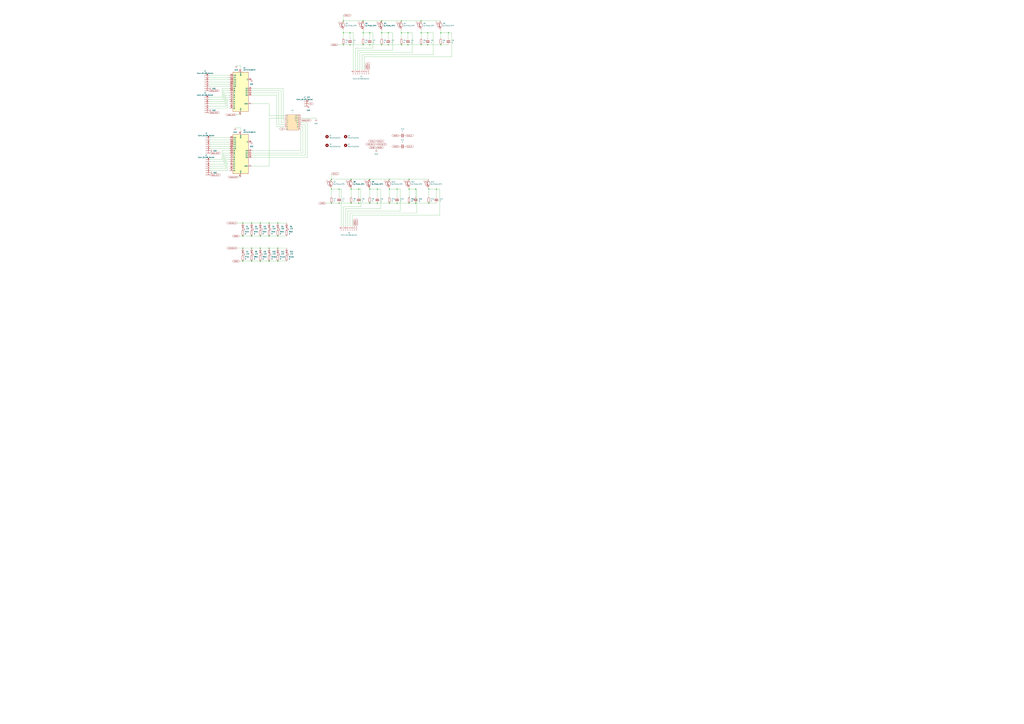
<source format=kicad_sch>
(kicad_sch (version 20250114) (generator "eeschema") (generator_version "9.0")
  (paper "A0")
  (lib_symbols
    (symbol "74xx:CD74HC4067M"
      (property "Reference" "U" (at -8.89 22.86 0))
      (property "Value" "CD74HC4067M" (at 1.27 22.86 0))
      (symbol "CD74HC4067M_1_1"
        (pin passive line (at -12.7 12.7 0) (length 3.81) (name "COM") (number "1"))
        (pin input line (at -12.7 2.54 0) (length 3.81) (name "S0") (number "10"))
        (pin input line (at -12.7 0 0) (length 3.81) (name "S1") (number "11"))
        (pin input line (at -12.7 -2.54 0) (length 3.81) (name "S2") (number "14"))
        (pin input line (at -12.7 -5.08 0) (length 3.81) (name "S3") (number "13"))
        (pin input line (at -12.7 -15.24 0) (length 3.81) (name "~{E}") (number "15"))
        (pin power_in line (at 0 25.4 270) (length 3.81) (name "VCC") (number "24"))
        (pin power_in line (at 0 -27.94 90) (length 3.81) (name "GND") (number "12"))
        (pin passive line (at 12.7 17.78 180) (length 3.81) (name "I0") (number "9"))
        (pin passive line (at 12.7 15.24 180) (length 3.81) (name "I1") (number "8"))
        (pin passive line (at 12.7 12.7 180) (length 3.81) (name "I2") (number "7"))
        (pin passive line (at 12.7 10.16 180) (length 3.81) (name "I3") (number "6"))
        (pin passive line (at 12.7 7.62 180) (length 3.81) (name "I4") (number "5"))
        (pin passive line (at 12.7 5.08 180) (length 3.81) (name "I5") (number "4"))
        (pin passive line (at 12.7 2.54 180) (length 3.81) (name "I6") (number "3"))
        (pin passive line (at 12.7 0 180) (length 3.81) (name "I7") (number "2"))
        (pin passive line (at 12.7 -2.54 180) (length 3.81) (name "I8") (number "23"))
        (pin passive line (at 12.7 -5.08 180) (length 3.81) (name "I9") (number "22"))
        (pin passive line (at 12.7 -7.62 180) (length 3.81) (name "I10") (number "21"))
        (pin passive line (at 12.7 -10.16 180) (length 3.81) (name "I11") (number "20"))
        (pin passive line (at 12.7 -12.7 180) (length 3.81) (name "I12") (number "19"))
        (pin passive line (at 12.7 -15.24 180) (length 3.81) (name "I13") (number "18"))
        (pin passive line (at 12.7 -17.78 180) (length 3.81) (name "I14") (number "17"))
        (pin passive line (at 12.7 -20.32 180) (length 3.81) (name "I15") (number "16"))
      )
    )
    (symbol "Connector:Conn_01x03_Socket" (pin_names (offset 1.016) (hide yes))
      (property "Reference" "J" (at 0 5.08 0))
      (property "Value" "Conn_01x03_Socket" (at 0 -5.08 0))
      (symbol "Conn_01x03_Socket_1_1"
        (pin passive line (at -5.08 2.54 0) (length 3.81) (name "Pin_1") (number "1"))
        (pin passive line (at -5.08 0 0) (length 3.81) (name "Pin_2") (number "2"))
        (pin passive line (at -5.08 -2.54 0) (length 3.81) (name "Pin_3") (number "3"))
      )
    )
    (symbol "Connector:Conn_01x08_Socket" (pin_names (offset 1.016) (hide yes))
      (property "Reference" "J" (at 0 10.16 0))
      (property "Value" "Conn_01x08_Socket" (at 0 -12.7 0))
      (symbol "Conn_01x08_Socket_1_1"
        (pin passive line (at -5.08 7.62 0) (length 3.81) (name "Pin_1") (number "1"))
        (pin passive line (at -5.08 5.08 0) (length 3.81) (name "Pin_2") (number "2"))
        (pin passive line (at -5.08 2.54 0) (length 3.81) (name "Pin_3") (number "3"))
        (pin passive line (at -5.08 0 0) (length 3.81) (name "Pin_4") (number "4"))
        (pin passive line (at -5.08 -2.54 0) (length 3.81) (name "Pin_5") (number "5"))
        (pin passive line (at -5.08 -5.08 0) (length 3.81) (name "Pin_6") (number "6"))
        (pin passive line (at -5.08 -7.62 0) (length 3.81) (name "Pin_7") (number "7"))
        (pin passive line (at -5.08 -10.16 0) (length 3.81) (name "Pin_8") (number "8"))
      )
    )
    (symbol "Device:C" (pin_numbers (hide yes)) (pin_names (offset 0.254))
      (property "Reference" "C" (at 0.635 2.54 0))
      (property "Value" "C" (at 0.635 -2.54 0))
      (symbol "C_1_1"
        (pin passive line (at 0 3.81 270) (length 2.794) (name "~") (number "1"))
        (pin passive line (at 0 -3.81 90) (length 2.794) (name "~") (number "2"))
      )
    )
    (symbol "Device:LED" (pin_numbers (hide yes)) (pin_names (offset 1.016) (hide yes))
      (property "Reference" "D" (at 0 2.54 0))
      (property "Value" "LED" (at 0 -2.54 0))
      (symbol "LED_1_1"
        (pin passive line (at -3.81 0 0) (length 2.54) (name "K") (number "1"))
        (pin passive line (at 3.81 0 180) (length 2.54) (name "A") (number "2"))
      )
    )
    (symbol "Device:Q_Photo_NPN" (pin_names (offset 0) (hide yes))
      (property "Reference" "Q" (at 5.08 1.27 0))
      (property "Value" "Q_Photo_NPN" (at 5.08 -1.27 0))
      (symbol "Q_Photo_NPN_1_1"
        (pin passive line (at 2.54 5.08 270) (length 2.54) (name "C") (number "1"))
        (pin passive line (at 2.54 -5.08 90) (length 2.54) (name "E") (number "2"))
      )
    )
    (symbol "Device:R" (pin_numbers (hide yes)) (pin_names (offset 0))
      (property "Reference" "R" (at 2.032 0 90))
      (property "Value" "R" (at 0 0 90))
      (symbol "R_1_1"
        (pin passive line (at 0 3.81 270) (length 1.27) (name "~") (number "1"))
        (pin passive line (at 0 -3.81 90) (length 1.27) (name "~") (number "2"))
      )
    )
    (symbol "Mechanical:MountingHole" (pin_names (offset 1.016)) (in_bom no)
      (property "Reference" "H" (at 0 5.08 0))
      (property "Value" "MountingHole" (at 0 3.175 0))
    )
    (symbol "power:GND" (power) (pin_numbers (hide yes)) (pin_names (offset 0) (hide yes))
      (property "Value" "GND" (at 0 -3.81 0))
      (symbol "GND_1_1"
        (pin power_in line (at 0 0 270) (length 0) (name "~") (number "1"))
      )
    )
    (symbol "power:VCC" (power) (pin_numbers (hide yes)) (pin_names (offset 0) (hide yes))
      (property "Value" "VCC" (at 0 3.556 0))
      (symbol "VCC_1_1"
        (pin power_in line (at 0 0 90) (length 0) (name "~") (number "1"))
      )
    )
    (symbol "seeduino:seeduino_xiao"
      (property "Reference" "U" (at 0 8.382 0))
      (symbol "seeduino_xiao_1_1"
        (pin bidirectional line (at -8.89 5.08 0) (length 2.54) (name "0") (number "1"))
        (pin bidirectional line (at -8.89 2.54 0) (length 2.54) (name "1") (number "2"))
        (pin bidirectional line (at -8.89 0 0) (length 2.54) (name "2") (number "3"))
        (pin bidirectional line (at -8.89 -2.54 0) (length 2.54) (name "3") (number "4"))
        (pin bidirectional line (at -8.89 -5.08 0) (length 2.54) (name "4") (number "5"))
        (pin bidirectional line (at -8.89 -7.62 0) (length 2.54) (name "5") (number "6"))
        (pin bidirectional line (at -8.89 -10.16 0) (length 2.54) (name "6") (number "7"))
        (pin input line (at 10.16 5.08 180) (length 2.54) (name "VCC") (number "14"))
        (pin input line (at 10.16 2.54 180) (length 2.54) (name "GND") (number "13"))
        (pin input line (at 10.16 0 180) (length 2.54) (name "3v3") (number "12"))
        (pin bidirectional line (at 10.16 -2.54 180) (length 2.54) (name "10") (number "11"))
        (pin bidirectional line (at 10.16 -5.08 180) (length 2.54) (name "9") (number "10"))
        (pin bidirectional line (at 10.16 -7.62 180) (length 2.54) (name "8") (number "9"))
        (pin bidirectional line (at 10.16 -10.16 180) (length 2.54) (name "7") (number "8"))
      )
    )
  )
  (junction (at 393.7 236.22))
  (junction (at 421.64 38.1))
  (junction (at 322.58 274.32))
  (junction (at 406.4 38.1))
  (junction (at 443.23 24.13))
  (junction (at 482.6 219.71))
  (junction (at 384.81 219.71))
  (junction (at 506.73 219.71))
  (junction (at 496.57 38.1))
  (junction (at 429.26 38.1))
  (junction (at 407.67 208.28))
  (junction (at 398.78 24.13))
  (junction (at 398.78 38.1))
  (junction (at 511.81 38.1))
  (junction (at 466.09 24.13))
  (junction (at 421.64 52.07))
  (junction (at 384.81 236.22))
  (junction (at 466.09 52.07))
  (junction (at 421.64 24.13))
  (junction (at 520.7 38.1))
  (junction (at 438.15 236.22))
  (junction (at 450.85 52.07))
  (junction (at 302.26 303.53))
  (junction (at 322.58 259.08))
  (junction (at 461.01 236.22))
  (junction (at 292.1 288.29))
  (junction (at 429.26 236.22))
  (junction (at 406.4 52.07))
  (junction (at 429.26 208.28))
  (junction (at 292.1 259.08))
  (junction (at 438.15 219.71))
  (junction (at 281.94 274.32))
  (junction (at 322.58 288.29))
  (junction (at 302.26 274.32))
  (junction (at 450.85 38.1))
  (junction (at 452.12 208.28))
  (junction (at 384.81 208.28))
  (junction (at 312.42 288.29))
  (junction (at 488.95 52.07))
  (junction (at 281.94 288.29))
  (junction (at 312.42 303.53))
  (junction (at 393.7 219.71))
  (junction (at 466.09 38.1))
  (junction (at 407.67 236.22))
  (junction (at 461.01 219.71))
  (junction (at 292.1 274.32))
  (junction (at 474.98 219.71))
  (junction (at 443.23 52.07))
  (junction (at 302.26 288.29))
  (junction (at 292.1 303.53))
  (junction (at 452.12 219.71))
  (junction (at 488.95 38.1))
  (junction (at 429.26 219.71))
  (junction (at 429.26 52.07))
  (junction (at 281.94 303.53))
  (junction (at 482.6 236.22))
  (junction (at 473.71 38.1))
  (junction (at 416.56 236.22))
  (junction (at 511.81 52.07))
  (junction (at 497.84 219.71))
  (junction (at 407.67 219.71))
  (junction (at 281.94 259.08))
  (junction (at 398.78 52.07))
  (junction (at 452.12 236.22))
  (junction (at 496.57 52.07))
  (junction (at 474.98 208.28))
  (junction (at 443.23 38.1))
  (junction (at 416.56 219.71))
  (junction (at 302.26 259.08))
  (junction (at 312.42 259.08))
  (junction (at 322.58 303.53))
  (junction (at 474.98 236.22))
  (junction (at 488.95 24.13))
  (junction (at 312.42 274.32))
  (junction (at 497.84 236.22))
  (junction (at 473.71 52.07))
  (wire (pts (xy 242.57 100.33) (xy 266.7 100.33)))
  (wire (pts (xy 266.7 105.41) (xy 259.08 105.41)))
  (wire (pts (xy 242.57 113.03) (xy 257.81 113.03)))
  (wire (pts (xy 354.33 144.78) (xy 354.33 180.34)))
  (wire (pts (xy 261.62 193.04) (xy 261.62 182.88)))
  (wire (pts (xy 260.35 107.95) (xy 260.35 118.11)))
  (wire (pts (xy 278.13 303.53) (xy 281.94 303.53)))
  (wire (pts (xy 474.98 236.22) (xy 482.6 236.22)))
  (wire (pts (xy 292.1 303.53) (xy 302.26 303.53)))
  (wire (pts (xy 429.26 219.71) (xy 429.26 228.6)))
  (wire (pts (xy 461.01 219.71) (xy 461.01 228.6)))
  (wire (pts (xy 452.12 219.71) (xy 461.01 219.71)))
  (wire (pts (xy 281.94 288.29) (xy 292.1 288.29)))
  (wire (pts (xy 259.08 105.41) (xy 259.08 115.57)))
  (wire (pts (xy 266.7 110.49) (xy 261.62 110.49)))
  (wire (pts (xy 266.7 107.95) (xy 260.35 107.95)))
  (wire (pts (xy 384.81 236.22) (xy 393.7 236.22)))
  (wire (pts (xy 243.84 170.18) (xy 266.7 170.18)))
  (wire (pts (xy 473.71 52.07) (xy 488.95 52.07)))
  (wire (pts (xy 438.15 219.71) (xy 441.96 219.71)))
  (wire (pts (xy 262.89 185.42) (xy 262.89 195.58)))
  (wire (pts (xy 452.12 208.28) (xy 474.98 208.28)))
  (wire (pts (xy 262.89 195.58) (xy 243.84 195.58)))
  (wire (pts (xy 292.1 120.65) (xy 312.42 120.65)))
  (wire (pts (xy 243.84 185.42) (xy 257.81 185.42)))
  (wire (pts (xy 349.25 149.86) (xy 349.25 175.26)))
  (wire (pts (xy 321.31 147.32) (xy 330.2 147.32)))
  (wire (pts (xy 259.08 177.8) (xy 266.7 177.8)))
  (wire (pts (xy 450.85 38.1) (xy 450.85 44.45)))
  (wire (pts (xy 274.32 133.35) (xy 279.4 133.35)))
  (wire (pts (xy 406.4 38.1) (xy 398.78 38.1)))
  (wire (pts (xy 275.59 288.29) (xy 281.94 288.29)))
  (wire (pts (xy 429.26 208.28) (xy 452.12 208.28)))
  (wire (pts (xy 407.67 219.71) (xy 416.56 219.71)))
  (wire (pts (xy 260.35 190.5) (xy 243.84 190.5)))
  (wire (pts (xy 482.6 236.22) (xy 497.84 236.22)))
  (wire (pts (xy 441.96 242.57) (xy 441.96 219.71)))
  (wire (pts (xy 396.24 219.71) (xy 393.7 219.71)))
  (wire (pts (xy 292.1 177.8) (xy 351.79 177.8)))
  (wire (pts (xy 464.82 219.71) (xy 464.82 245.11)))
  (wire (pts (xy 292.1 288.29) (xy 302.26 288.29)))
  (wire (pts (xy 497.84 219.71) (xy 497.84 228.6)))
  (wire (pts (xy 264.16 187.96) (xy 266.7 187.96)))
  (wire (pts (xy 328.93 139.7) (xy 328.93 102.87)))
  (wire (pts (xy 349.25 175.26) (xy 292.1 175.26)))
  (wire (pts (xy 466.09 24.13) (xy 488.95 24.13)))
  (wire (pts (xy 273.05 148.59) (xy 279.4 148.59)))
  (wire (pts (xy 292.1 105.41) (xy 326.39 105.41)))
  (wire (pts (xy 312.42 193.04) (xy 312.42 137.16)))
  (wire (pts (xy 242.57 92.71) (xy 266.7 92.71)))
  (wire (pts (xy 436.88 171.45) (xy 436.88 173.99)))
  (wire (pts (xy 398.78 52.07) (xy 406.4 52.07)))
  (wire (pts (xy 461.01 236.22) (xy 474.98 236.22)))
  (wire (pts (xy 356.87 142.24) (xy 349.25 142.24)))
  (wire (pts (xy 417.83 60.96) (xy 417.83 81.28)))
  (wire (pts (xy 257.81 113.03) (xy 257.81 102.87)))
  (wire (pts (xy 257.81 102.87) (xy 266.7 102.87)))
  (wire (pts (xy 292.1 274.32) (xy 302.26 274.32)))
  (wire (pts (xy 398.78 240.03) (xy 398.78 262.89)))
  (wire (pts (xy 351.79 147.32) (xy 349.25 147.32)))
  (wire (pts (xy 242.57 90.17) (xy 266.7 90.17)))
  (wire (pts (xy 242.57 123.19) (xy 262.89 123.19)))
  (wire (pts (xy 452.12 228.6) (xy 452.12 219.71)))
  (wire (pts (xy 455.93 38.1) (xy 455.93 58.42)))
  (wire (pts (xy 506.73 219.71) (xy 510.54 219.71)))
  (wire (pts (xy 349.25 144.78) (xy 354.33 144.78)))
  (wire (pts (xy 266.7 180.34) (xy 260.35 180.34)))
  (wire (pts (xy 242.57 87.63) (xy 266.7 87.63)))
  (wire (pts (xy 312.42 137.16) (xy 330.2 137.16)))
  (wire (pts (xy 312.42 288.29) (xy 322.58 288.29)))
  (wire (pts (xy 281.94 259.08) (xy 292.1 259.08)))
  (wire (pts (xy 264.16 115.57) (xy 264.16 125.73)))
  (wire (pts (xy 450.85 38.1) (xy 443.23 38.1)))
  (wire (pts (xy 410.21 38.1) (xy 410.21 81.28)))
  (wire (pts (xy 392.43 52.07) (xy 398.78 52.07)))
  (wire (pts (xy 488.95 52.07) (xy 496.57 52.07)))
  (wire (pts (xy 443.23 24.13) (xy 466.09 24.13)))
  (wire (pts (xy 419.1 240.03) (xy 398.78 240.03)))
  (wire (pts (xy 276.86 205.74) (xy 279.4 205.74)))
  (wire (pts (xy 242.57 97.79) (xy 266.7 97.79)))
  (wire (pts (xy 302.26 303.53) (xy 312.42 303.53)))
  (wire (pts (xy 419.1 219.71) (xy 419.1 240.03)))
  (wire (pts (xy 354.33 180.34) (xy 292.1 180.34)))
  (wire (pts (xy 488.95 38.1) (xy 496.57 38.1)))
  (wire (pts (xy 406.4 38.1) (xy 406.4 44.45)))
  (wire (pts (xy 396.24 219.71) (xy 396.24 262.89)))
  (wire (pts (xy 407.67 219.71) (xy 407.67 228.6)))
  (wire (pts (xy 407.67 219.71) (xy 407.67 218.44)))
  (wire (pts (xy 433.07 38.1) (xy 429.26 38.1)))
  (wire (pts (xy 443.23 52.07) (xy 450.85 52.07)))
  (wire (pts (xy 438.15 236.22) (xy 452.12 236.22)))
  (wire (pts (xy 281.94 303.53) (xy 292.1 303.53)))
  (wire (pts (xy 443.23 34.29) (xy 443.23 38.1)))
  (wire (pts (xy 478.79 38.1) (xy 473.71 38.1)))
  (wire (pts (xy 497.84 219.71) (xy 497.84 218.44)))
  (wire (pts (xy 274.32 76.2) (xy 279.4 76.2)))
  (wire (pts (xy 384.81 219.71) (xy 384.81 228.6)))
  (wire (pts (xy 455.93 58.42) (xy 415.29 58.42)))
  (wire (pts (xy 398.78 17.78) (xy 398.78 24.13)))
  (wire (pts (xy 497.84 236.22) (xy 506.73 236.22)))
  (wire (pts (xy 415.29 58.42) (xy 415.29 81.28)))
  (wire (pts (xy 330.2 144.78) (xy 323.85 144.78)))
  (wire (pts (xy 322.58 288.29) (xy 332.74 288.29)))
  (wire (pts (xy 488.95 24.13) (xy 511.81 24.13)))
  (wire (pts (xy 312.42 274.32) (xy 322.58 274.32)))
  (wire (pts (xy 502.92 38.1) (xy 502.92 63.5)))
  (wire (pts (xy 510.54 219.71) (xy 510.54 250.19)))
  (wire (pts (xy 243.84 198.12) (xy 264.16 198.12)))
  (wire (pts (xy 279.4 76.2) (xy 279.4 80.01)))
  (wire (pts (xy 384.81 201.93) (xy 384.81 208.28)))
  (wire (pts (xy 483.87 219.71) (xy 483.87 247.65)))
  (wire (pts (xy 433.07 38.1) (xy 433.07 55.88)))
  (wire (pts (xy 497.84 219.71) (xy 506.73 219.71)))
  (wire (pts (xy 243.84 165.1) (xy 266.7 165.1)))
  (wire (pts (xy 496.57 38.1) (xy 496.57 44.45)))
  (wire (pts (xy 312.42 303.53) (xy 322.58 303.53)))
  (wire (pts (xy 407.67 208.28) (xy 429.26 208.28)))
  (wire (pts (xy 243.84 162.56) (xy 266.7 162.56)))
  (wire (pts (xy 243.84 160.02) (xy 266.7 160.02)))
  (wire (pts (xy 421.64 52.07) (xy 429.26 52.07)))
  (wire (pts (xy 322.58 259.08) (xy 332.74 259.08)))
  (wire (pts (xy 429.26 52.07) (xy 443.23 52.07)))
  (wire (pts (xy 326.39 142.24) (xy 330.2 142.24)))
  (wire (pts (xy 243.84 167.64) (xy 266.7 167.64)))
  (wire (pts (xy 330.2 139.7) (xy 328.93 139.7)))
  (wire (pts (xy 398.78 38.1) (xy 398.78 44.45)))
  (wire (pts (xy 496.57 52.07) (xy 511.81 52.07)))
  (wire (pts (xy 466.09 38.1) (xy 466.09 44.45)))
  (wire (pts (xy 398.78 34.29) (xy 398.78 38.1)))
  (wire (pts (xy 406.4 247.65) (xy 406.4 262.89)))
  (wire (pts (xy 393.7 219.71) (xy 384.81 219.71)))
  (wire (pts (xy 323.85 144.78) (xy 323.85 107.95)))
  (wire (pts (xy 292.1 110.49) (xy 321.31 110.49)))
  (wire (pts (xy 292.1 182.88) (xy 356.87 182.88)))
  (wire (pts (xy 264.16 125.73) (xy 242.57 125.73)))
  (wire (pts (xy 482.6 219.71) (xy 483.87 219.71)))
  (wire (pts (xy 259.08 187.96) (xy 259.08 177.8)))
  (wire (pts (xy 278.13 274.32) (xy 281.94 274.32)))
  (wire (pts (xy 260.35 180.34) (xy 260.35 190.5)))
  (wire (pts (xy 266.7 115.57) (xy 264.16 115.57)))
  (wire (pts (xy 421.64 38.1) (xy 421.64 44.45)))
  (wire (pts (xy 261.62 182.88) (xy 266.7 182.88)))
  (wire (pts (xy 473.71 38.1) (xy 466.09 38.1)))
  (wire (pts (xy 243.84 193.04) (xy 261.62 193.04)))
  (wire (pts (xy 511.81 44.45) (xy 511.81 38.1)))
  (wire (pts (xy 502.92 63.5) (xy 420.37 63.5)))
  (wire (pts (xy 259.08 115.57) (xy 242.57 115.57)))
  (wire (pts (xy 367.03 137.16) (xy 367.03 138.43)))
  (wire (pts (xy 262.89 123.19) (xy 262.89 113.03)))
  (wire (pts (xy 393.7 236.22) (xy 407.67 236.22)))
  (wire (pts (xy 321.31 110.49) (xy 321.31 147.32)))
  (wire (pts (xy 378.46 236.22) (xy 384.81 236.22)))
  (wire (pts (xy 349.25 137.16) (xy 367.03 137.16)))
  (wire (pts (xy 393.7 219.71) (xy 393.7 228.6)))
  (wire (pts (xy 410.21 38.1) (xy 406.4 38.1)))
  (wire (pts (xy 312.42 120.65) (xy 312.42 134.62)))
  (wire (pts (xy 328.93 102.87) (xy 292.1 102.87)))
  (wire (pts (xy 322.58 303.53) (xy 332.74 303.53)))
  (wire (pts (xy 506.73 228.6) (xy 506.73 219.71)))
  (wire (pts (xy 302.26 259.08) (xy 312.42 259.08)))
  (wire (pts (xy 429.26 38.1) (xy 421.64 38.1)))
  (wire (pts (xy 356.87 182.88) (xy 356.87 142.24)))
  (wire (pts (xy 429.26 38.1) (xy 429.26 44.45)))
  (wire (pts (xy 416.56 236.22) (xy 429.26 236.22)))
  (wire (pts (xy 403.86 245.11) (xy 403.86 262.89)))
  (wire (pts (xy 473.71 38.1) (xy 473.71 44.45)))
  (wire (pts (xy 483.87 247.65) (xy 406.4 247.65)))
  (wire (pts (xy 262.89 113.03) (xy 266.7 113.03)))
  (wire (pts (xy 511.81 52.07) (xy 520.7 52.07)))
  (wire (pts (xy 524.51 38.1) (xy 524.51 66.04)))
  (wire (pts (xy 422.91 66.04) (xy 422.91 81.28)))
  (wire (pts (xy 257.81 185.42) (xy 257.81 175.26)))
  (wire (pts (xy 261.62 110.49) (xy 261.62 120.65)))
  (wire (pts (xy 461.01 219.71) (xy 464.82 219.71)))
  (wire (pts (xy 416.56 219.71) (xy 416.56 228.6)))
  (wire (pts (xy 421.64 34.29) (xy 421.64 38.1)))
  (wire (pts (xy 466.09 52.07) (xy 473.71 52.07)))
  (wire (pts (xy 260.35 118.11) (xy 242.57 118.11)))
  (wire (pts (xy 257.81 175.26) (xy 266.7 175.26)))
  (wire (pts (xy 279.4 148.59) (xy 279.4 152.4)))
  (wire (pts (xy 322.58 274.32) (xy 332.74 274.32)))
  (wire (pts (xy 351.79 177.8) (xy 351.79 147.32)))
  (wire (pts (xy 412.75 55.88) (xy 412.75 81.28)))
  (wire (pts (xy 407.67 236.22) (xy 416.56 236.22)))
  (wire (pts (xy 266.7 185.42) (xy 262.89 185.42)))
  (wire (pts (xy 429.26 218.44) (xy 429.26 219.71)))
  (wire (pts (xy 443.23 44.45) (xy 443.23 38.1)))
  (wire (pts (xy 401.32 242.57) (xy 441.96 242.57)))
  (wire (pts (xy 488.95 34.29) (xy 488.95 38.1)))
  (wire (pts (xy 401.32 262.89) (xy 401.32 242.57)))
  (wire (pts (xy 384.81 208.28) (xy 407.67 208.28)))
  (wire (pts (xy 511.81 38.1) (xy 520.7 38.1)))
  (wire (pts (xy 433.07 55.88) (xy 412.75 55.88)))
  (wire (pts (xy 478.79 60.96) (xy 417.83 60.96)))
  (wire (pts (xy 384.81 218.44) (xy 384.81 219.71)))
  (wire (pts (xy 452.12 236.22) (xy 461.01 236.22)))
  (wire (pts (xy 406.4 52.07) (xy 421.64 52.07)))
  (wire (pts (xy 420.37 63.5) (xy 420.37 81.28)))
  (wire (pts (xy 302.26 274.32) (xy 312.42 274.32)))
  (wire (pts (xy 474.98 219.71) (xy 482.6 219.71)))
  (wire (pts (xy 464.82 245.11) (xy 403.86 245.11)))
  (wire (pts (xy 488.95 38.1) (xy 488.95 44.45)))
  (wire (pts (xy 421.64 24.13) (xy 443.23 24.13)))
  (wire (pts (xy 326.39 105.41) (xy 326.39 142.24)))
  (wire (pts (xy 312.42 134.62) (xy 330.2 134.62)))
  (wire (pts (xy 520.7 38.1) (xy 520.7 44.45)))
  (wire (pts (xy 466.09 34.29) (xy 466.09 38.1)))
  (wire (pts (xy 264.16 198.12) (xy 264.16 187.96)))
  (wire (pts (xy 323.85 107.95) (xy 292.1 107.95)))
  (wire (pts (xy 524.51 66.04) (xy 422.91 66.04)))
  (wire (pts (xy 398.78 24.13) (xy 421.64 24.13)))
  (wire (pts (xy 408.94 250.19) (xy 408.94 262.89)))
  (wire (pts (xy 312.42 259.08) (xy 322.58 259.08)))
  (wire (pts (xy 474.98 218.44) (xy 474.98 219.71)))
  (wire (pts (xy 302.26 288.29) (xy 312.42 288.29)))
  (wire (pts (xy 281.94 274.32) (xy 292.1 274.32)))
  (wire (pts (xy 429.26 219.71) (xy 438.15 219.71)))
  (wire (pts (xy 474.98 219.71) (xy 474.98 228.6)))
  (wire (pts (xy 292.1 259.08) (xy 302.26 259.08)))
  (wire (pts (xy 455.93 38.1) (xy 450.85 38.1)))
  (wire (pts (xy 474.98 208.28) (xy 497.84 208.28)))
  (wire (pts (xy 261.62 120.65) (xy 242.57 120.65)))
  (wire (pts (xy 429.26 236.22) (xy 438.15 236.22)))
  (wire (pts (xy 496.57 38.1) (xy 502.92 38.1)))
  (wire (pts (xy 275.59 259.08) (xy 281.94 259.08)))
  (wire (pts (xy 482.6 219.71) (xy 482.6 228.6)))
  (wire (pts (xy 450.85 52.07) (xy 466.09 52.07)))
  (wire (pts (xy 243.84 172.72) (xy 266.7 172.72)))
  (wire (pts (xy 452.12 219.71) (xy 452.12 218.44)))
  (wire (pts (xy 292.1 193.04) (xy 312.42 193.04)))
  (wire (pts (xy 416.56 219.71) (xy 419.1 219.71)))
  (wire (pts (xy 510.54 250.19) (xy 408.94 250.19)))
  (wire (pts (xy 511.81 34.29) (xy 511.81 38.1)))
  (wire (pts (xy 242.57 95.25) (xy 266.7 95.25)))
  (wire (pts (xy 520.7 38.1) (xy 524.51 38.1)))
  (wire (pts (xy 478.79 38.1) (xy 478.79 60.96)))
  (wire (pts (xy 243.84 187.96) (xy 259.08 187.96)))
  (wire (pts (xy 438.15 219.71) (xy 438.15 228.6)))
  (global_label "3v3_2" (shape bidirectional) (at 414.02 262.89 90) (property "Intersheetrefs" "${INTERSHEET_REFS}" (effects (hide yes))))
  (global_label "GND2" (shape bidirectional) (at 463.55 170.18 180) (property "Intersheetrefs" "${INTERSHEET_REFS}" (effects (hide yes))))
  (global_label "GND2" (shape bidirectional) (at 436.88 171.45 0) (property "Intersheetrefs" "${INTERSHEET_REFS}" (effects (hide yes))))
  (global_label "LED_5V_1" (shape bidirectional) (at 275.59 259.08 180) (property "Intersheetrefs" "${INTERSHEET_REFS}" (effects (hide yes))))
  (global_label "3v3_1" (shape bidirectional) (at 471.17 157.48 0) (property "Intersheetrefs" "${INTERSHEET_REFS}" (effects (hide yes))))
  (global_label "GND1" (shape bidirectional) (at 436.88 171.45 180) (property "Intersheetrefs" "${INTERSHEET_REFS}" (effects (hide yes))))
  (global_label "GND2" (shape bidirectional) (at 278.13 303.53 180) (property "Intersheetrefs" "${INTERSHEET_REFS}" (effects (hide yes))))
  (global_label "GND2" (shape bidirectional) (at 378.46 236.22 180) (property "Intersheetrefs" "${INTERSHEET_REFS}" (effects (hide yes))))
  (global_label "GND1" (shape bidirectional) (at 392.43 52.07 180) (property "Intersheetrefs" "${INTERSHEET_REFS}" (effects (hide yes))))
  (global_label "3v3_1" (shape bidirectional) (at 436.88 163.83 180) (property "Intersheetrefs" "${INTERSHEET_REFS}" (effects (hide yes))))
  (global_label "GND1" (shape bidirectional) (at 278.13 274.32 180) (property "Intersheetrefs" "${INTERSHEET_REFS}" (effects (hide yes))))
  (global_label "seed_3v3" (shape bidirectional) (at 243.84 203.2 0) (property "Intersheetrefs" "${INTERSHEET_REFS}" (effects (hide yes))))
  (global_label "seed_3v3" (shape bidirectional) (at 242.57 105.41 0) (property "Intersheetrefs" "${INTERSHEET_REFS}" (effects (hide yes))))
  (global_label "seed_3v3" (shape bidirectional) (at 349.25 139.7 0) (property "Intersheetrefs" "${INTERSHEET_REFS}" (effects (hide yes))))
  (global_label "seed_3v3" (shape bidirectional) (at 274.32 133.35 180) (property "Intersheetrefs" "${INTERSHEET_REFS}" (effects (hide yes))))
  (global_label "seed_3v3" (shape bidirectional) (at 243.84 177.8 0) (property "Intersheetrefs" "${INTERSHEET_REFS}" (effects (hide yes))))
  (global_label "GND1" (shape bidirectional) (at 463.55 157.48 180) (property "Intersheetrefs" "${INTERSHEET_REFS}" (effects (hide yes))))
  (global_label "LED_5V_2" (shape bidirectional) (at 436.88 167.64 0) (property "Intersheetrefs" "${INTERSHEET_REFS}" (effects (hide yes))))
  (global_label "GND1" (shape bidirectional) (at 425.45 81.28 90) (property "Intersheetrefs" "${INTERSHEET_REFS}" (effects (hide yes))))
  (global_label "TX" (shape bidirectional) (at 358.14 120.65 0) (property "Intersheetrefs" "${INTERSHEET_REFS}" (effects (hide yes))))
  (global_label "3v3_2" (shape bidirectional) (at 436.88 163.83 0) (property "Intersheetrefs" "${INTERSHEET_REFS}" (effects (hide yes))))
  (global_label "3v3_2" (shape bidirectional) (at 384.81 201.93 0) (property "Intersheetrefs" "${INTERSHEET_REFS}" (effects (hide yes))))
  (global_label "3v3_1" (shape bidirectional) (at 398.78 17.78 0) (property "Intersheetrefs" "${INTERSHEET_REFS}" (effects (hide yes))))
  (global_label "LED_5V_1" (shape bidirectional) (at 436.88 167.64 180) (property "Intersheetrefs" "${INTERSHEET_REFS}" (effects (hide yes))))
  (global_label "3v3_2" (shape bidirectional) (at 471.17 170.18 0) (property "Intersheetrefs" "${INTERSHEET_REFS}" (effects (hide yes))))
  (global_label "3v3_1" (shape bidirectional) (at 427.99 81.28 90) (property "Intersheetrefs" "${INTERSHEET_REFS}" (effects (hide yes))))
  (global_label "TX" (shape bidirectional) (at 330.2 149.86 180) (property "Intersheetrefs" "${INTERSHEET_REFS}" (effects (hide yes))))
  (global_label "GND2" (shape bidirectional) (at 411.48 262.89 90) (property "Intersheetrefs" "${INTERSHEET_REFS}" (effects (hide yes))))
  (global_label "seed_3v3" (shape bidirectional) (at 276.86 205.74 180) (property "Intersheetrefs" "${INTERSHEET_REFS}" (effects (hide yes))))
  (global_label "seed_3v3" (shape bidirectional) (at 242.57 130.81 0) (property "Intersheetrefs" "${INTERSHEET_REFS}" (effects (hide yes))))
  (global_label "LED_5V_2" (shape bidirectional) (at 275.59 288.29 180) (property "Intersheetrefs" "${INTERSHEET_REFS}" (effects (hide yes))))
  (symbol (lib_id "Device:LED") (at 332.74 292.1 90) (unit 1)
    (property "Reference" "D12" (at 336.55 292.4174 90) (effects (justify right)))
    (property "Value" "LED" (at 336.55 294.9574 90) (effects (justify right)))
    (property "Footprint" "LED_SMD:LED_0603_1608Metric" (effects (hide yes)))
    (property "Description" "Light emitting diode" (effects (hide yes)))
    (property "Sim.Pins" "1=K 2=A" (effects (hide yes)))
  )
  (symbol (lib_id "Device:R") (at 302.26 299.72 0) (unit 1)
    (property "Reference" "R9d1" (at 304.8 298.4499 0) (effects (justify left)))
    (property "Value" "R" (at 304.8 300.9899 0) (effects (justify left)))
    (property "Footprint" "Resistor_SMD:R_0603_1608Metric" (effects (hide yes)))
    (property "Description" "Resistor" (effects (hide yes)))
  )
  (symbol (lib_id "Connector:Conn_01x08_Socket") (at 238.76 195.58 180) (unit 1)
    (property "Reference" "J4" (at 239.395 180.34 0))
    (property "Value" "Conn_01x08_Socket" (at 239.395 182.88 0))
    (property "Footprint" "Connector_PinHeader_2.54mm:PinHeader_1x08_P2.54mm_Horizontal" (effects (hide yes)))
    (property "Description" "Generic connector, single row, 01x08, script generated" (effects (hide yes)))
  )
  (symbol (lib_id "Device:Q_Photo_NPN") (at 463.55 29.21 0) (unit 1)
    (property "Reference" "Q4" (at 468.63 27.1906 0) (effects (justify left)))
    (property "Value" "Q_Photo_NPN" (at 468.63 29.7306 0) (effects (justify left)))
    (property "Footprint" "LED_SMD:LED_0603_1608Metric" (effects (hide yes)))
    (property "Description" "NPN phototransistor, collector/emitter" (effects (hide yes)))
  )
  (symbol (lib_id "Device:LED") (at 281.94 292.1 90) (unit 1)
    (property "Reference" "D7" (at 285.75 292.4174 90) (effects (justify right)))
    (property "Value" "LED" (at 285.75 294.9574 90) (effects (justify right)))
    (property "Footprint" "LED_SMD:LED_0603_1608Metric" (effects (hide yes)))
    (property "Description" "Light emitting diode" (effects (hide yes)))
    (property "Sim.Pins" "1=K 2=A" (effects (hide yes)))
  )
  (symbol (lib_id "Device:Q_Photo_NPN") (at 472.44 213.36 0) (unit 1)
    (property "Reference" "Q11" (at 477.52 211.3406 0) (effects (justify left)))
    (property "Value" "Q_Photo_NPN" (at 477.52 213.8806 0) (effects (justify left)))
    (property "Footprint" "LED_SMD:LED_0603_1608Metric" (effects (hide yes)))
    (property "Description" "NPN phototransistor, collector/emitter" (effects (hide yes)))
  )
  (symbol (lib_id "power:GND") (at 436.88 173.99 0) (unit 1)
    (property "Reference" "#PWR02" (effects (hide yes)))
    (property "Value" "GND" (at 436.88 179.07 0))
    (property "Description" "Power symbol creates a global label with name \"GND\" , ground" (effects (hide yes)))
  )
  (symbol (lib_id "Device:Q_Photo_NPN") (at 426.72 213.36 0) (unit 1)
    (property "Reference" "Q9" (at 431.8 211.3406 0) (effects (justify left)))
    (property "Value" "Q_Photo_NPN" (at 431.8 213.8806 0) (effects (justify left)))
    (property "Footprint" "LED_SMD:LED_0603_1608Metric" (effects (hide yes)))
    (property "Description" "NPN phototransistor, collector/emitter" (effects (hide yes)))
  )
  (symbol (lib_id "74xx:CD74HC4067M") (at 279.4 107.95 180) (unit 1)
    (property "Reference" "U1" (at 282.5181 78.74 0) (effects (justify right)))
    (property "Value" "CD74HC4067M" (at 282.5181 81.28 0) (effects (justify right)))
    (property "Footprint" "Package_SO:SOIC-24W_7.5x15.4mm_P1.27mm" (effects (hide yes)))
    (property "Datasheet" "http://www.ti.com/lit/ds/symlink/cd74hc4067.pdf" (effects (hide yes)))
    (property "Description" "High-Speed CMOS Logic 16-Channel Analog Multiplexer/Demultiplexer, SOIC-24" (effects (hide yes)))
  )
  (symbol (lib_id "Device:R") (at 332.74 270.51 0) (unit 1)
    (property "Reference" "R6d1" (at 335.28 269.2399 0) (effects (justify left)))
    (property "Value" "R" (at 335.28 271.7799 0) (effects (justify left)))
    (property "Footprint" "Resistor_SMD:R_0603_1608Metric" (effects (hide yes)))
    (property "Description" "Resistor" (effects (hide yes)))
  )
  (symbol (lib_id "Device:Q_Photo_NPN") (at 382.27 213.36 0) (unit 1)
    (property "Reference" "Q7" (at 387.35 211.3406 0) (effects (justify left)))
    (property "Value" "Q_Photo_NPN" (at 387.35 213.8806 0) (effects (justify left)))
    (property "Footprint" "LED_SMD:LED_0603_1608Metric" (effects (hide yes)))
    (property "Description" "NPN phototransistor, collector/emitter" (effects (hide yes)))
  )
  (symbol (lib_id "Device:Q_Photo_NPN") (at 509.27 29.21 0) (unit 1)
    (property "Reference" "Q6" (at 514.35 27.1906 0) (effects (justify left)))
    (property "Value" "Q_Photo_NPN" (at 514.35 29.7306 0) (effects (justify left)))
    (property "Footprint" "LED_SMD:LED_0603_1608Metric" (effects (hide yes)))
    (property "Description" "NPN phototransistor, collector/emitter" (effects (hide yes)))
  )
  (symbol (lib_id "Device:C") (at 496.57 48.26 0) (unit 1)
    (property "Reference" "C5" (at 500.38 46.9899 0) (effects (justify left)))
    (property "Value" "C" (at 500.38 49.5299 0) (effects (justify left)))
    (property "Footprint" "Capacitor_SMD:C_0603_1608Metric" (effects (hide yes)))
    (property "Description" "Unpolarized capacitor" (effects (hide yes)))
  )
  (symbol (lib_id "Device:LED") (at 312.42 262.89 90) (unit 1)
    (property "Reference" "D4" (at 316.23 263.2074 90) (effects (justify right)))
    (property "Value" "LED" (at 316.23 265.7474 90) (effects (justify right)))
    (property "Footprint" "LED_SMD:LED_0603_1608Metric" (effects (hide yes)))
    (property "Description" "Light emitting diode" (effects (hide yes)))
    (property "Sim.Pins" "1=K 2=A" (effects (hide yes)))
  )
  (symbol (lib_id "power:GND") (at 292.1 92.71 0) (unit 1)
    (property "Reference" "#PWR06" (effects (hide yes)))
    (property "Value" "GND" (at 292.1 97.79 0))
    (property "Description" "Power symbol creates a global label with name \"GND\" , ground" (effects (hide yes)))
  )
  (symbol (lib_id "Device:Q_Photo_NPN") (at 405.13 213.36 0) (unit 1)
    (property "Reference" "Q8" (at 410.21 211.3406 0) (effects (justify left)))
    (property "Value" "Q_Photo_NPN" (at 410.21 213.8806 0) (effects (justify left)))
    (property "Footprint" "LED_SMD:LED_0603_1608Metric" (effects (hide yes)))
    (property "Description" "NPN phototransistor, collector/emitter" (effects (hide yes)))
  )
  (symbol (lib_id "Device:R") (at 302.26 270.51 0) (unit 1)
    (property "Reference" "R3d1" (at 304.8 269.2399 0) (effects (justify left)))
    (property "Value" "R" (at 304.8 271.7799 0) (effects (justify left)))
    (property "Footprint" "Resistor_SMD:R_0603_1608Metric" (effects (hide yes)))
    (property "Description" "Resistor" (effects (hide yes)))
  )
  (symbol (lib_id "Device:R") (at 332.74 299.72 0) (unit 1)
    (property "Reference" "R12d1" (at 335.28 298.4499 0) (effects (justify left)))
    (property "Value" "R" (at 335.28 300.9899 0) (effects (justify left)))
    (property "Footprint" "Resistor_SMD:R_0603_1608Metric" (effects (hide yes)))
    (property "Description" "Resistor" (effects (hide yes)))
  )
  (symbol (lib_id "Device:C") (at 506.73 232.41 0) (unit 1)
    (property "Reference" "C12" (at 510.54 231.1399 0) (effects (justify left)))
    (property "Value" "C" (at 510.54 233.6799 0) (effects (justify left)))
    (property "Footprint" "Capacitor_SMD:C_0603_1608Metric" (effects (hide yes)))
    (property "Description" "Unpolarized capacitor" (effects (hide yes)))
  )
  (symbol (lib_id "Mechanical:MountingHole") (at 401.32 158.75 0) (unit 1) (in_bom no)
    (property "Reference" "H2" (at 403.86 157.4799 0) (effects (justify left)))
    (property "Value" "MountingHole" (at 403.86 160.0199 0) (effects (justify left)))
    (property "Footprint" "MountingHole:MountingHole_3.2mm_M3" (effects (hide yes)))
    (property "Description" "Mounting Hole without connection" (effects (hide yes)))
  )
  (symbol (lib_id "Device:R") (at 452.12 232.41 0) (unit 1)
    (property "Reference" "R10" (at 454.66 231.1399 0) (effects (justify left)))
    (property "Value" "R" (at 454.66 233.6799 0) (effects (justify left)))
    (property "Footprint" "Resistor_SMD:R_0603_1608Metric" (effects (hide yes)))
    (property "Description" "Resistor" (effects (hide yes)))
  )
  (symbol (lib_id "Device:R") (at 384.81 232.41 0) (unit 1)
    (property "Reference" "R7" (at 387.35 231.1399 0) (effects (justify left)))
    (property "Value" "R" (at 387.35 233.6799 0) (effects (justify left)))
    (property "Footprint" "Resistor_SMD:R_0603_1608Metric" (effects (hide yes)))
    (property "Description" "Resistor" (effects (hide yes)))
  )
  (symbol (lib_id "Device:C") (at 450.85 48.26 0) (unit 1)
    (property "Reference" "C3" (at 454.66 46.9899 0) (effects (justify left)))
    (property "Value" "C" (at 454.66 49.5299 0) (effects (justify left)))
    (property "Footprint" "Capacitor_SMD:C_0603_1608Metric" (effects (hide yes)))
    (property "Description" "Unpolarized capacitor" (effects (hide yes)))
  )
  (symbol (lib_id "Device:C") (at 467.36 170.18 90) (unit 1)
    (property "Reference" "C14" (at 467.36 162.56 90))
    (property "Value" "C" (at 467.36 165.1 90))
    (property "Footprint" "Capacitor_SMD:C_0603_1608Metric" (effects (hide yes)))
    (property "Description" "Unpolarized capacitor" (effects (hide yes)))
  )
  (symbol (lib_id "Device:Q_Photo_NPN") (at 486.41 29.21 0) (unit 1)
    (property "Reference" "Q5" (at 491.49 27.1906 0) (effects (justify left)))
    (property "Value" "Q_Photo_NPN" (at 491.49 29.7306 0) (effects (justify left)))
    (property "Footprint" "LED_SMD:LED_0603_1608Metric" (effects (hide yes)))
    (property "Description" "NPN phototransistor, collector/emitter" (effects (hide yes)))
  )
  (symbol (lib_id "Connector:Conn_01x03_Socket") (at 353.06 120.65 180) (unit 1)
    (property "Reference" "J7" (at 353.695 113.03 0))
    (property "Value" "Conn_01x03_Socket" (at 353.695 115.57 0))
    (property "Footprint" "Connector_JST:JST_XH_B3B-XH-AM_1x03_P2.50mm_Vertical" (effects (hide yes)))
    (property "Description" "Generic connector, single row, 01x03, script generated" (effects (hide yes)))
  )
  (symbol (lib_id "Mechanical:MountingHole") (at 379.73 158.75 0) (unit 1) (in_bom no)
    (property "Reference" "H1" (at 382.27 157.4799 0) (effects (justify left)))
    (property "Value" "MountingHole" (at 382.27 160.0199 0) (effects (justify left)))
    (property "Footprint" "MountingHole:MountingHole_3.2mm_M3" (effects (hide yes)))
    (property "Description" "Mounting Hole without connection" (effects (hide yes)))
  )
  (symbol (lib_id "Device:Q_Photo_NPN") (at 440.69 29.21 0) (unit 1)
    (property "Reference" "Q3" (at 445.77 27.1906 0) (effects (justify left)))
    (property "Value" "Q_Photo_NPN" (at 445.77 29.7306 0) (effects (justify left)))
    (property "Footprint" "LED_SMD:LED_0603_1608Metric" (effects (hide yes)))
    (property "Description" "NPN phototransistor, collector/emitter" (effects (hide yes)))
  )
  (symbol (lib_id "Connector:Conn_01x08_Socket") (at 237.49 97.79 180) (unit 1)
    (property "Reference" "J1" (at 238.125 82.55 0))
    (property "Value" "Conn_01x08_Socket" (at 238.125 85.09 0))
    (property "Footprint" "Connector_PinHeader_2.54mm:PinHeader_1x08_P2.54mm_Horizontal" (effects (hide yes)))
    (property "Description" "Generic connector, single row, 01x08, script generated" (effects (hide yes)))
  )
  (symbol (lib_id "Device:LED") (at 281.94 262.89 90) (unit 1)
    (property "Reference" "D1" (at 285.75 263.2074 90) (effects (justify right)))
    (property "Value" "LED" (at 285.75 265.7474 90) (effects (justify right)))
    (property "Footprint" "LED_SMD:LED_0603_1608Metric" (effects (hide yes)))
    (property "Description" "Light emitting diode" (effects (hide yes)))
    (property "Sim.Pins" "1=K 2=A" (effects (hide yes)))
  )
  (symbol (lib_id "Device:C") (at 473.71 48.26 0) (unit 1)
    (property "Reference" "C4" (at 477.52 46.9899 0) (effects (justify left)))
    (property "Value" "C" (at 477.52 49.5299 0) (effects (justify left)))
    (property "Footprint" "Capacitor_SMD:C_0603_1608Metric" (effects (hide yes)))
    (property "Description" "Unpolarized capacitor" (effects (hide yes)))
  )
  (symbol (lib_id "Device:C") (at 520.7 48.26 0) (unit 1)
    (property "Reference" "C6" (at 524.51 46.9899 0) (effects (justify left)))
    (property "Value" "C" (at 524.51 49.5299 0) (effects (justify left)))
    (property "Footprint" "Capacitor_SMD:C_0603_1608Metric" (effects (hide yes)))
    (property "Description" "Unpolarized capacitor" (effects (hide yes)))
  )
  (symbol (lib_id "Device:R") (at 292.1 270.51 0) (unit 1)
    (property "Reference" "R2d1" (at 294.64 269.2399 0) (effects (justify left)))
    (property "Value" "R" (at 294.64 271.7799 0) (effects (justify left)))
    (property "Footprint" "Resistor_SMD:R_0603_1608Metric" (effects (hide yes)))
    (property "Description" "Resistor" (effects (hide yes)))
  )
  (symbol (lib_id "power:GND") (at 274.32 76.2 0) (unit 1)
    (property "Reference" "#PWR05" (effects (hide yes)))
    (property "Value" "GND" (at 274.32 81.28 0))
    (property "Description" "Power symbol creates a global label with name \"GND\" , ground" (effects (hide yes)))
  )
  (symbol (lib_id "Device:Q_Photo_NPN") (at 449.58 213.36 0) (unit 1)
    (property "Reference" "Q10" (at 454.66 211.3406 0) (effects (justify left)))
    (property "Value" "Q_Photo_NPN" (at 454.66 213.8806 0) (effects (justify left)))
    (property "Footprint" "LED_SMD:LED_0603_1608Metric" (effects (hide yes)))
    (property "Description" "NPN phototransistor, collector/emitter" (effects (hide yes)))
  )
  (symbol (lib_id "Device:LED") (at 292.1 292.1 90) (unit 1)
    (property "Reference" "D8" (at 295.91 292.4174 90) (effects (justify right)))
    (property "Value" "LED" (at 295.91 294.9574 90) (effects (justify right)))
    (property "Footprint" "LED_SMD:LED_0603_1608Metric" (effects (hide yes)))
    (property "Description" "Light emitting diode" (effects (hide yes)))
    (property "Sim.Pins" "1=K 2=A" (effects (hide yes)))
  )
  (symbol (lib_id "Device:LED") (at 332.74 262.89 90) (unit 1)
    (property "Reference" "D6" (at 336.55 263.2074 90) (effects (justify right)))
    (property "Value" "LED" (at 336.55 265.7474 90) (effects (justify right)))
    (property "Footprint" "LED_SMD:LED_0603_1608Metric" (effects (hide yes)))
    (property "Description" "Light emitting diode" (effects (hide yes)))
    (property "Sim.Pins" "1=K 2=A" (effects (hide yes)))
  )
  (symbol (lib_id "power:GND") (at 358.14 123.19 0) (unit 1)
    (property "Reference" "#PWR011" (effects (hide yes)))
    (property "Value" "GND" (at 358.14 128.27 0))
    (property "Description" "Power symbol creates a global label with name \"GND\" , ground" (effects (hide yes)))
  )
  (symbol (lib_id "Device:C") (at 467.36 157.48 90) (unit 1)
    (property "Reference" "C13" (at 467.36 149.86 90))
    (property "Value" "C" (at 467.36 152.4 90))
    (property "Footprint" "Capacitor_SMD:C_0603_1608Metric" (effects (hide yes)))
    (property "Description" "Unpolarized capacitor" (effects (hide yes)))
  )
  (symbol (lib_id "Device:Q_Photo_NPN") (at 419.1 29.21 0) (unit 1)
    (property "Reference" "Q2" (at 424.18 27.1906 0) (effects (justify left)))
    (property "Value" "Q_Photo_NPN" (at 424.18 29.7306 0) (effects (justify left)))
    (property "Footprint" "LED_SMD:LED_0603_1608Metric" (effects (hide yes)))
    (property "Description" "NPN phototransistor, collector/emitter" (effects (hide yes)))
  )
  (symbol (lib_id "Device:C") (at 393.7 232.41 0) (unit 1)
    (property "Reference" "C7" (at 397.51 231.1399 0) (effects (justify left)))
    (property "Value" "C" (at 397.51 233.6799 0) (effects (justify left)))
    (property "Footprint" "Resistor_SMD:R_0603_1608Metric" (effects (hide yes)))
    (property "Description" "Unpolarized capacitor" (effects (hide yes)))
  )
  (symbol (lib_id "Device:R") (at 474.98 232.41 0) (unit 1)
    (property "Reference" "R11" (at 477.52 231.1399 0) (effects (justify left)))
    (property "Value" "R" (at 477.52 233.6799 0) (effects (justify left)))
    (property "Footprint" "Resistor_SMD:R_0603_1608Metric" (effects (hide yes)))
    (property "Description" "Resistor" (effects (hide yes)))
  )
  (symbol (lib_id "Device:LED") (at 292.1 262.89 90) (unit 1)
    (property "Reference" "D2" (at 295.91 263.2074 90) (effects (justify right)))
    (property "Value" "LED" (at 295.91 265.7474 90) (effects (justify right)))
    (property "Footprint" "LED_SMD:LED_0603_1608Metric" (effects (hide yes)))
    (property "Description" "Light emitting diode" (effects (hide yes)))
    (property "Sim.Pins" "1=K 2=A" (effects (hide yes)))
  )
  (symbol (lib_id "Device:R") (at 281.94 299.72 0) (unit 1)
    (property "Reference" "R7d1" (at 284.48 298.4499 0) (effects (justify left)))
    (property "Value" "R" (at 284.48 300.9899 0) (effects (justify left)))
    (property "Footprint" "Resistor_SMD:R_0603_1608Metric" (effects (hide yes)))
    (property "Description" "Resistor" (effects (hide yes)))
  )
  (symbol (lib_id "power:GND") (at 242.57 128.27 90) (unit 1)
    (property "Reference" "#PWR08" (effects (hide yes)))
    (property "Value" "GND" (at 246.38 128.2699 90) (effects (justify right)))
    (property "Description" "Power symbol creates a global label with name \"GND\" , ground" (effects (hide yes)))
  )
  (symbol (lib_id "Device:LED") (at 322.58 292.1 90) (unit 1)
    (property "Reference" "D11" (at 326.39 292.4174 90) (effects (justify right)))
    (property "Value" "LED" (at 326.39 294.9574 90) (effects (justify right)))
    (property "Footprint" "LED_SMD:LED_0603_1608Metric" (effects (hide yes)))
    (property "Description" "Light emitting diode" (effects (hide yes)))
    (property "Sim.Pins" "1=K 2=A" (effects (hide yes)))
  )
  (symbol (lib_id "power:GND") (at 243.84 200.66 90) (unit 1)
    (property "Reference" "#PWR010" (effects (hide yes)))
    (property "Value" "GND" (at 247.65 200.6599 90) (effects (justify right)))
    (property "Description" "Power symbol creates a global label with name \"GND\" , ground" (effects (hide yes)))
  )
  (symbol (lib_id "power:GND") (at 242.57 102.87 90) (unit 1)
    (property "Reference" "#PWR01" (effects (hide yes)))
    (property "Value" "GND" (at 246.38 102.8699 90) (effects (justify right)))
    (property "Description" "Power symbol creates a global label with name \"GND\" , ground" (effects (hide yes)))
  )
  (symbol (lib_id "Connector:Conn_01x08_Socket") (at 420.37 86.36 270) (unit 1)
    (property "Reference" "J5" (at 419.1 88.9 90))
    (property "Value" "Conn_01x08_Socket" (at 419.1 91.44 90))
    (property "Footprint" "Connector_PinSocket_2.54mm:PinSocket_1x08_P2.54mm_Horizontal" (effects (hide yes)))
    (property "Description" "Generic connector, single row, 01x08, script generated" (effects (hide yes)))
  )
  (symbol (lib_id "Device:R") (at 407.67 232.41 0) (unit 1)
    (property "Reference" "R8" (at 410.21 231.1399 0) (effects (justify left)))
    (property "Value" "R" (at 410.21 233.6799 0) (effects (justify left)))
    (property "Footprint" "Resistor_SMD:R_0603_1608Metric" (effects (hide yes)))
    (property "Description" "Resistor" (effects (hide yes)))
  )
  (symbol (lib_id "Device:LED") (at 322.58 262.89 90) (unit 1)
    (property "Reference" "D5" (at 326.39 263.2074 90) (effects (justify right)))
    (property "Value" "LED" (at 326.39 265.7474 90) (effects (justify right)))
    (property "Footprint" "LED_SMD:LED_0603_1608Metric" (effects (hide yes)))
    (property "Description" "Light emitting diode" (effects (hide yes)))
    (property "Sim.Pins" "1=K 2=A" (effects (hide yes)))
  )
  (symbol (lib_id "Device:C") (at 482.6 232.41 0) (unit 1)
    (property "Reference" "C11" (at 486.41 231.1399 0) (effects (justify left)))
    (property "Value" "C" (at 486.41 233.6799 0) (effects (justify left)))
    (property "Footprint" "Capacitor_SMD:C_0603_1608Metric" (effects (hide yes)))
    (property "Description" "Unpolarized capacitor" (effects (hide yes)))
  )
  (symbol (lib_id "Mechanical:MountingHole") (at 401.32 168.91 0) (unit 1) (in_bom no)
    (property "Reference" "H4" (at 403.86 167.6399 0) (effects (justify left)))
    (property "Value" "MountingHole" (at 403.86 170.1799 0) (effects (justify left)))
    (property "Footprint" "MountingHole:MountingHole_3.2mm_M3" (effects (hide yes)))
    (property "Description" "Mounting Hole without connection" (effects (hide yes)))
  )
  (symbol (lib_id "power:VCC") (at 358.14 118.11 0) (unit 1)
    (property "Reference" "#PWR012" (effects (hide yes)))
    (property "Value" "VCC" (at 358.14 113.03 0))
    (property "Description" "Power symbol creates a global label with name \"VCC\"" (effects (hide yes)))
  )
  (symbol (lib_id "power:GND") (at 367.03 138.43 0) (unit 1)
    (property "Reference" "#PWR03" (effects (hide yes)))
    (property "Value" "GND" (at 367.03 143.51 0))
    (property "Description" "Power symbol creates a global label with name \"GND\" , ground" (effects (hide yes)))
  )
  (symbol (lib_id "seeduino:seeduino_xiao") (at 339.09 139.7 0) (unit 1)
    (property "Reference" "U4" (at 339.725 128.27 0))
    (property "Value" "~" (at 339.725 130.81 0))
    (property "Footprint" "RF_Module:MCU_Seeed_ESP32C3" (effects (hide yes)))
  )
  (symbol (lib_id "Device:R") (at 488.95 48.26 0) (unit 1)
    (property "Reference" "R5" (at 491.49 46.9899 0) (effects (justify left)))
    (property "Value" "R" (at 491.49 49.5299 0) (effects (justify left)))
    (property "Footprint" "Resistor_SMD:R_0603_1608Metric" (effects (hide yes)))
    (property "Description" "Resistor" (effects (hide yes)))
  )
  (symbol (lib_id "Device:R") (at 312.42 270.51 0) (unit 1)
    (property "Reference" "R4d1" (at 314.96 269.2399 0) (effects (justify left)))
    (property "Value" "R" (at 314.96 271.7799 0) (effects (justify left)))
    (property "Footprint" "Resistor_SMD:R_0603_1608Metric" (effects (hide yes)))
    (property "Description" "Resistor" (effects (hide yes)))
  )
  (symbol (lib_id "Device:R") (at 429.26 232.41 0) (unit 1)
    (property "Reference" "R9" (at 431.8 231.1399 0) (effects (justify left)))
    (property "Value" "R" (at 431.8 233.6799 0) (effects (justify left)))
    (property "Footprint" "Resistor_SMD:R_0603_1608Metric" (effects (hide yes)))
    (property "Description" "Resistor" (effects (hide yes)))
  )
  (symbol (lib_id "Device:R") (at 322.58 299.72 0) (unit 1)
    (property "Reference" "R11d1" (at 325.12 298.4499 0) (effects (justify left)))
    (property "Value" "R" (at 325.12 300.9899 0) (effects (justify left)))
    (property "Footprint" "Resistor_SMD:R_0603_1608Metric" (effects (hide yes)))
    (property "Description" "Resistor" (effects (hide yes)))
  )
  (symbol (lib_id "Device:R") (at 497.84 232.41 0) (unit 1)
    (property "Reference" "R12" (at 500.38 231.1399 0) (effects (justify left)))
    (property "Value" "R" (at 500.38 233.6799 0) (effects (justify left)))
    (property "Footprint" "Resistor_SMD:R_0603_1608Metric" (effects (hide yes)))
    (property "Description" "Resistor" (effects (hide yes)))
  )
  (symbol (lib_id "Device:C") (at 438.15 232.41 0) (unit 1)
    (property "Reference" "C9" (at 441.96 231.1399 0) (effects (justify left)))
    (property "Value" "C" (at 441.96 233.6799 0) (effects (justify left)))
    (property "Footprint" "Capacitor_SMD:C_0603_1608Metric" (effects (hide yes)))
    (property "Description" "Unpolarized capacitor" (effects (hide yes)))
  )
  (symbol (lib_id "power:GND") (at 292.1 165.1 0) (unit 1)
    (property "Reference" "#PWR07" (effects (hide yes)))
    (property "Value" "GND" (at 292.1 170.18 0))
    (property "Description" "Power symbol creates a global label with name \"GND\" , ground" (effects (hide yes)))
  )
  (symbol (lib_id "Device:LED") (at 312.42 292.1 90) (unit 1)
    (property "Reference" "D10" (at 316.23 292.4174 90) (effects (justify right)))
    (property "Value" "LED" (at 316.23 294.9574 90) (effects (justify right)))
    (property "Footprint" "LED_SMD:LED_0603_1608Metric" (effects (hide yes)))
    (property "Description" "Light emitting diode" (effects (hide yes)))
    (property "Sim.Pins" "1=K 2=A" (effects (hide yes)))
  )
  (symbol (lib_id "Device:LED") (at 302.26 292.1 90) (unit 1)
    (property "Reference" "D9" (at 306.07 292.4174 90) (effects (justify right)))
    (property "Value" "LED" (at 306.07 294.9574 90) (effects (justify right)))
    (property "Footprint" "LED_SMD:LED_0603_1608Metric" (effects (hide yes)))
    (property "Description" "Light emitting diode" (effects (hide yes)))
    (property "Sim.Pins" "1=K 2=A" (effects (hide yes)))
  )
  (symbol (lib_id "Device:R") (at 466.09 48.26 0) (unit 1)
    (property "Reference" "R4" (at 468.63 46.9899 0) (effects (justify left)))
    (property "Value" "R" (at 468.63 49.5299 0) (effects (justify left)))
    (property "Footprint" "Resistor_SMD:R_0603_1608Metric" (effects (hide yes)))
    (property "Description" "Resistor" (effects (hide yes)))
  )
  (symbol (lib_id "Device:R") (at 281.94 270.51 0) (unit 1)
    (property "Reference" "R1d1" (at 284.48 269.2399 0) (effects (justify left)))
    (property "Value" "R" (at 284.48 271.7799 0) (effects (justify left)))
    (property "Footprint" "Resistor_SMD:R_0603_1608Metric" (effects (hide yes)))
    (property "Description" "Resistor" (effects (hide yes)))
  )
  (symbol (lib_id "Connector:Conn_01x08_Socket") (at 406.4 267.97 270) (unit 1)
    (property "Reference" "J6" (at 405.13 270.51 90))
    (property "Value" "Conn_01x08_Socket" (at 405.13 273.05 90))
    (property "Footprint" "Connector_PinSocket_2.54mm:PinSocket_1x08_P2.54mm_Horizontal" (effects (hide yes)))
    (property "Description" "Generic connector, single row, 01x08, script generated" (effects (hide yes)))
  )
  (symbol (lib_id "74xx:CD74HC4067M") (at 279.4 180.34 180) (unit 1)
    (property "Reference" "U2" (at 282.5181 151.13 0) (effects (justify right)))
    (property "Value" "CD74HC4067M" (at 282.5181 153.67 0) (effects (justify right)))
    (property "Footprint" "Package_SO:SOIC-24W_7.5x15.4mm_P1.27mm" (effects (hide yes)))
    (property "Datasheet" "http://www.ti.com/lit/ds/symlink/cd74hc4067.pdf" (effects (hide yes)))
    (property "Description" "High-Speed CMOS Logic 16-Channel Analog Multiplexer/Demultiplexer, SOIC-24" (effects (hide yes)))
  )
  (symbol (lib_id "Device:R") (at 322.58 270.51 0) (unit 1)
    (property "Reference" "R5d1" (at 325.12 269.2399 0) (effects (justify left)))
    (property "Value" "R" (at 325.12 271.7799 0) (effects (justify left)))
    (property "Footprint" "Resistor_SMD:R_0603_1608Metric" (effects (hide yes)))
    (property "Description" "Resistor" (effects (hide yes)))
  )
  (symbol (lib_id "Device:R") (at 312.42 299.72 0) (unit 1)
    (property "Reference" "R10d1" (at 314.96 298.4499 0) (effects (justify left)))
    (property "Value" "R" (at 314.96 300.9899 0) (effects (justify left)))
    (property "Footprint" "Resistor_SMD:R_0603_1608Metric" (effects (hide yes)))
    (property "Description" "Resistor" (effects (hide yes)))
  )
  (symbol (lib_id "Device:R") (at 443.23 48.26 0) (unit 1)
    (property "Reference" "R3" (at 445.77 46.9899 0) (effects (justify left)))
    (property "Value" "R" (at 445.77 49.5299 0) (effects (justify left)))
    (property "Footprint" "Resistor_SMD:R_0603_1608Metric" (effects (hide yes)))
    (property "Description" "Resistor" (effects (hide yes)))
  )
  (symbol (lib_id "Device:C") (at 416.56 232.41 0) (unit 1)
    (property "Reference" "C8" (at 420.37 231.1399 0) (effects (justify left)))
    (property "Value" "C" (at 420.37 233.6799 0) (effects (justify left)))
    (property "Footprint" "Capacitor_SMD:C_0603_1608Metric" (effects (hide yes)))
    (property "Description" "Unpolarized capacitor" (effects (hide yes)))
  )
  (symbol (lib_id "Device:C") (at 461.01 232.41 0) (unit 1)
    (property "Reference" "C10" (at 464.82 231.1399 0) (effects (justify left)))
    (property "Value" "C" (at 464.82 233.6799 0) (effects (justify left)))
    (property "Footprint" "Capacitor_SMD:C_0603_1608Metric" (effects (hide yes)))
    (property "Description" "Unpolarized capacitor" (effects (hide yes)))
  )
  (symbol (lib_id "power:GND") (at 243.84 175.26 90) (unit 1)
    (property "Reference" "#PWR09" (effects (hide yes)))
    (property "Value" "GND" (at 247.65 175.2599 90) (effects (justify right)))
    (property "Description" "Power symbol creates a global label with name \"GND\" , ground" (effects (hide yes)))
  )
  (symbol (lib_id "Device:C") (at 429.26 48.26 0) (unit 1)
    (property "Reference" "C2" (at 433.07 46.9899 0) (effects (justify left)))
    (property "Value" "C" (at 433.07 49.5299 0) (effects (justify left)))
    (property "Footprint" "Capacitor_SMD:C_0603_1608Metric" (effects (hide yes)))
    (property "Description" "Unpolarized capacitor" (effects (hide yes)))
  )
  (symbol (lib_id "power:GND") (at 273.05 148.59 0) (unit 1)
    (property "Reference" "#PWR04" (effects (hide yes)))
    (property "Value" "GND" (at 273.05 153.67 0))
    (property "Description" "Power symbol creates a global label with name \"GND\" , ground" (effects (hide yes)))
  )
  (symbol (lib_id "Connector:Conn_01x08_Socket") (at 238.76 170.18 180) (unit 1)
    (property "Reference" "J3" (at 239.395 154.94 0))
    (property "Value" "Conn_01x08_Socket" (at 239.395 157.48 0))
    (property "Footprint" "Connector_PinHeader_2.54mm:PinHeader_1x08_P2.54mm_Horizontal" (effects (hide yes)))
    (property "Description" "Generic connector, single row, 01x08, script generated" (effects (hide yes)))
  )
  (symbol (lib_id "Device:R") (at 292.1 299.72 0) (unit 1)
    (property "Reference" "R8d1" (at 294.64 298.4499 0) (effects (justify left)))
    (property "Value" "R" (at 294.64 300.9899 0) (effects (justify left)))
    (property "Footprint" "Resistor_SMD:R_0603_1608Metric" (effects (hide yes)))
    (property "Description" "Resistor" (effects (hide yes)))
  )
  (symbol (lib_id "Device:Q_Photo_NPN") (at 396.24 29.21 0) (unit 1)
    (property "Reference" "Q1" (at 401.32 27.1906 0) (effects (justify left)))
    (property "Value" "Q_Photo_NPN" (at 401.32 29.7306 0) (effects (justify left)))
    (property "Footprint" "LED_SMD:LED_0603_1608Metric" (effects (hide yes)))
    (property "Description" "NPN phototransistor, collector/emitter" (effects (hide yes)))
  )
  (symbol (lib_id "Device:Q_Photo_NPN") (at 495.3 213.36 0) (unit 1)
    (property "Reference" "Q12" (at 500.38 211.3406 0) (effects (justify left)))
    (property "Value" "Q_Photo_NPN" (at 500.38 213.8806 0) (effects (justify left)))
    (property "Footprint" "LED_SMD:LED_0603_1608Metric" (effects (hide yes)))
    (property "Description" "NPN phototransistor, collector/emitter" (effects (hide yes)))
  )
  (symbol (lib_id "Mechanical:MountingHole") (at 379.73 168.91 0) (unit 1) (in_bom no)
    (property "Reference" "H3" (at 382.27 167.6399 0) (effects (justify left)))
    (property "Value" "MountingHole" (at 382.27 170.1799 0) (effects (justify left)))
    (property "Footprint" "MountingHole:MountingHole_3.2mm_M3" (effects (hide yes)))
    (property "Description" "Mounting Hole without connection" (effects (hide yes)))
  )
  (symbol (lib_id "Connector:Conn_01x08_Socket") (at 237.49 123.19 180) (unit 1)
    (property "Reference" "J2" (at 238.125 107.95 0))
    (property "Value" "Conn_01x08_Socket" (at 238.125 110.49 0))
    (property "Footprint" "Connector_PinHeader_2.54mm:PinHeader_1x08_P2.54mm_Horizontal" (effects (hide yes)))
    (property "Description" "Generic connector, single row, 01x08, script generated" (effects (hide yes)))
  )
  (symbol (lib_id "Device:R") (at 398.78 48.26 0) (unit 1)
    (property "Reference" "R1" (at 401.32 46.9899 0) (effects (justify left)))
    (property "Value" "R" (at 401.32 49.5299 0) (effects (justify left)))
    (property "Footprint" "Resistor_SMD:R_0603_1608Metric" (effects (hide yes)))
    (property "Description" "Resistor" (effects (hide yes)))
  )
  (symbol (lib_id "Device:LED") (at 302.26 262.89 90) (unit 1)
    (property "Reference" "D3" (at 306.07 263.2074 90) (effects (justify right)))
    (property "Value" "LED" (at 306.07 265.7474 90) (effects (justify right)))
    (property "Footprint" "LED_SMD:LED_0603_1608Metric" (effects (hide yes)))
    (property "Description" "Light emitting diode" (effects (hide yes)))
    (property "Sim.Pins" "1=K 2=A" (effects (hide yes)))
  )
  (symbol (lib_id "Device:C") (at 406.4 48.26 0) (unit 1)
    (property "Reference" "C1" (at 410.21 46.9899 0) (effects (justify left)))
    (property "Value" "C" (at 410.21 49.5299 0) (effects (justify left)))
    (property "Footprint" "Capacitor_SMD:C_0603_1608Metric" (effects (hide yes)))
    (property "Description" "Unpolarized capacitor" (effects (hide yes)))
  )
  (symbol (lib_id "Device:R") (at 511.81 48.26 0) (unit 1)
    (property "Reference" "R6" (at 514.35 46.9899 0) (effects (justify left)))
    (property "Value" "R" (at 514.35 49.5299 0) (effects (justify left)))
    (property "Footprint" "Resistor_SMD:R_0603_1608Metric" (effects (hide yes)))
    (property "Description" "Resistor" (effects (hide yes)))
  )
  (symbol (lib_id "Device:R") (at 421.64 48.26 0) (unit 1)
    (property "Reference" "R2" (at 424.18 46.9899 0) (effects (justify left)))
    (property "Value" "R" (at 424.18 49.5299 0) (effects (justify left)))
    (property "Footprint" "Resistor_SMD:R_0603_1608Metric" (effects (hide yes)))
    (property "Description" "Resistor" (effects (hide yes)))
  )
)
</source>
